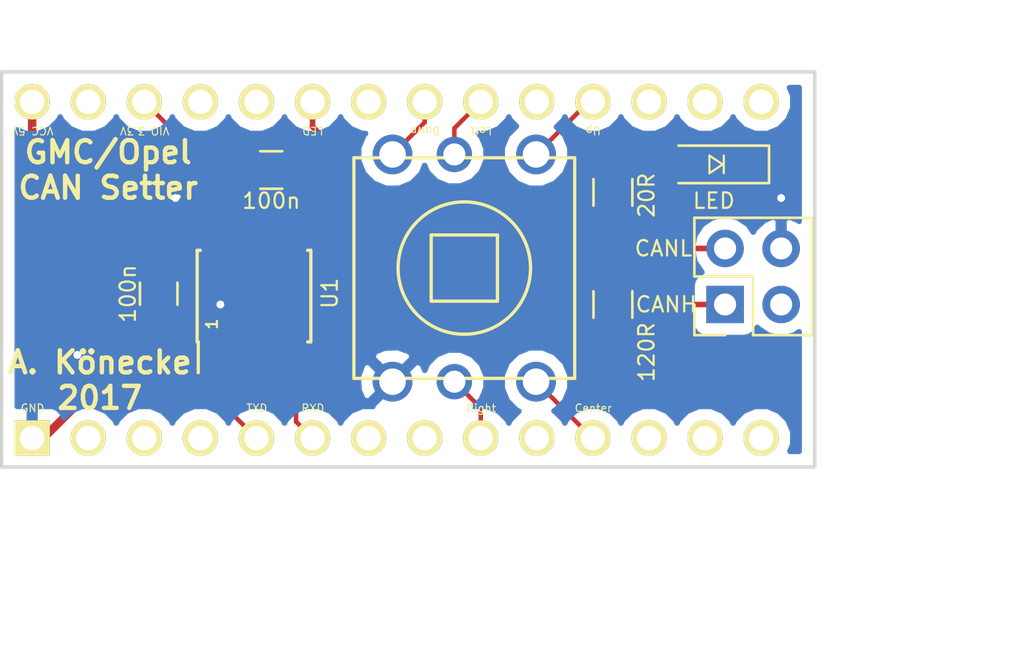
<source format=kicad_pcb>
(kicad_pcb (version 4) (host pcbnew 4.0.5)

  (general
    (links 24)
    (no_connects 0)
    (area 154.864999 63.995 201.662 93.83319)
    (thickness 1.6)
    (drawings 20)
    (tracks 77)
    (zones 0)
    (modules 9)
    (nets 15)
  )

  (page A4)
  (title_block
    (title "GMC/Opel Setter")
    (date 2017-03-08)
    (rev 0.3)
    (company "Andreas Könecke")
  )

  (layers
    (0 F.Cu signal)
    (31 B.Cu signal)
    (32 B.Adhes user)
    (33 F.Adhes user)
    (34 B.Paste user)
    (35 F.Paste user)
    (36 B.SilkS user)
    (37 F.SilkS user)
    (38 B.Mask user)
    (39 F.Mask user)
    (40 Dwgs.User user)
    (41 Cmts.User user)
    (42 Eco1.User user)
    (43 Eco2.User user)
    (44 Edge.Cuts user)
    (45 Margin user)
    (46 B.CrtYd user)
    (47 F.CrtYd user)
    (48 B.Fab user)
    (49 F.Fab user)
  )

  (setup
    (last_trace_width 0.2032)
    (trace_clearance 0.2032)
    (zone_clearance 0.508)
    (zone_45_only no)
    (trace_min 0.1524)
    (segment_width 0.2)
    (edge_width 0.15)
    (via_size 0.762)
    (via_drill 0.3556)
    (via_min_size 0.6858)
    (via_min_drill 0.3302)
    (uvia_size 0.3)
    (uvia_drill 0.1)
    (uvias_allowed no)
    (uvia_min_size 0)
    (uvia_min_drill 0)
    (pcb_text_width 0.3)
    (pcb_text_size 1.5 1.5)
    (mod_edge_width 0.15)
    (mod_text_size 1 1)
    (mod_text_width 0.15)
    (pad_size 1.524 1.524)
    (pad_drill 0.762)
    (pad_to_mask_clearance 0.2)
    (aux_axis_origin 0 0)
    (visible_elements FFFFFF7F)
    (pcbplotparams
      (layerselection 0x00030_80000001)
      (usegerberextensions false)
      (excludeedgelayer true)
      (linewidth 0.100000)
      (plotframeref false)
      (viasonmask false)
      (mode 1)
      (useauxorigin false)
      (hpglpennumber 1)
      (hpglpenspeed 20)
      (hpglpendiameter 15)
      (hpglpenoverlay 2)
      (psnegative false)
      (psa4output false)
      (plotreference true)
      (plotvalue true)
      (plotinvisibletext false)
      (padsonsilk false)
      (subtractmaskfromsilk false)
      (outputformat 1)
      (mirror false)
      (drillshape 1)
      (scaleselection 1)
      (outputdirectory ""))
  )

  (net 0 "")
  (net 1 VCC)
  (net 2 Earth)
  (net 3 VIO)
  (net 4 "Net-(D1-Pad2)")
  (net 5 /CANH)
  (net 6 /CANL)
  (net 7 LED)
  (net 8 UP)
  (net 9 CENTER)
  (net 10 DOWN)
  (net 11 LEFT)
  (net 12 RIGHT)
  (net 13 TXD)
  (net 14 RXD)

  (net_class Default "Dies ist die voreingestellte Netzklasse."
    (clearance 0.2032)
    (trace_width 0.2032)
    (via_dia 0.762)
    (via_drill 0.3556)
    (uvia_dia 0.3)
    (uvia_drill 0.1)
    (add_net CENTER)
    (add_net DOWN)
    (add_net LEFT)
    (add_net RIGHT)
    (add_net RXD)
    (add_net TXD)
    (add_net UP)
    (add_net VIO)
  )

  (net_class CAN ""
    (clearance 0.254)
    (trace_width 0.254)
    (via_dia 0.762)
    (via_drill 0.3556)
    (uvia_dia 0.3)
    (uvia_drill 0.1)
    (add_net /CANH)
    (add_net /CANL)
    (add_net LED)
    (add_net "Net-(D1-Pad2)")
  )

  (net_class Power ""
    (clearance 0.381)
    (trace_width 0.381)
    (via_dia 0.762)
    (via_drill 0.3556)
    (uvia_dia 0.3)
    (uvia_drill 0.1)
    (add_net Earth)
    (add_net VCC)
  )

  (module Teensy:Teensy30_31_32_LC_OPads (layer F.Cu) (tedit 58BD9A4C) (tstamp 58BC9C6D)
    (at 172.831 76.286)
    (path /58BC9B16)
    (fp_text reference U2 (at 0 -10.16) (layer F.Fab)
      (effects (font (size 1 1) (thickness 0.15)))
    )
    (fp_text value Teensy_3.1_3.2 (at 0 10.16) (layer F.Fab)
      (effects (font (size 1 1) (thickness 0.15)))
    )
    (pad 19 thru_hole circle (at 1.27 -7.62) (size 1.6 1.6) (drill 1.1) (layers *.Cu *.Mask F.SilkS)
      (net 10 DOWN))
    (pad 13 thru_hole circle (at 16.51 -7.62) (size 1.6 1.6) (drill 1.1) (layers *.Cu *.Mask F.SilkS))
    (pad 12 thru_hole circle (at 16.51 7.62) (size 1.6 1.6) (drill 1.1) (layers *.Cu *.Mask F.SilkS))
    (pad 14 thru_hole circle (at 13.97 -7.62) (size 1.6 1.6) (drill 1.1) (layers *.Cu *.Mask F.SilkS))
    (pad 15 thru_hole circle (at 11.43 -7.62) (size 1.6 1.6) (drill 1.1) (layers *.Cu *.Mask F.SilkS))
    (pad 16 thru_hole circle (at 8.89 -7.62) (size 1.6 1.6) (drill 1.1) (layers *.Cu *.Mask F.SilkS)
      (net 8 UP))
    (pad 17 thru_hole circle (at 6.35 -7.62) (size 1.6 1.6) (drill 1.1) (layers *.Cu *.Mask F.SilkS))
    (pad 18 thru_hole circle (at 3.81 -7.62) (size 1.6 1.6) (drill 1.1) (layers *.Cu *.Mask F.SilkS)
      (net 11 LEFT))
    (pad 20 thru_hole circle (at -1.27 -7.62) (size 1.6 1.6) (drill 1.1) (layers *.Cu *.Mask F.SilkS))
    (pad 21 thru_hole circle (at -3.81 -7.62) (size 1.6 1.6) (drill 1.1) (layers *.Cu *.Mask F.SilkS)
      (net 7 LED))
    (pad 22 thru_hole circle (at -6.35 -7.62) (size 1.6 1.6) (drill 1.1) (layers *.Cu *.Mask F.SilkS))
    (pad 23 thru_hole circle (at -8.89 -7.62) (size 1.6 1.6) (drill 1.1) (layers *.Cu *.Mask F.SilkS))
    (pad 35 thru_hole circle (at -11.43 -7.62) (size 1.6 1.6) (drill 1.1) (layers *.Cu *.Mask F.SilkS)
      (net 3 VIO))
    (pad 36 thru_hole circle (at -13.97 -7.62) (size 1.6 1.6) (drill 1.1) (layers *.Cu *.Mask F.SilkS))
    (pad 37 thru_hole circle (at -16.51 -7.62) (size 1.6 1.6) (drill 1.1) (layers *.Cu *.Mask F.SilkS)
      (net 1 VCC))
    (pad 11 thru_hole circle (at 13.97 7.62) (size 1.6 1.6) (drill 1.1) (layers *.Cu *.Mask F.SilkS))
    (pad 10 thru_hole circle (at 11.43 7.62) (size 1.6 1.6) (drill 1.1) (layers *.Cu *.Mask F.SilkS))
    (pad 9 thru_hole circle (at 8.89 7.62) (size 1.6 1.6) (drill 1.1) (layers *.Cu *.Mask F.SilkS)
      (net 9 CENTER))
    (pad 8 thru_hole circle (at 6.35 7.62) (size 1.6 1.6) (drill 1.1) (layers *.Cu *.Mask F.SilkS))
    (pad 7 thru_hole circle (at 3.81 7.62) (size 1.6 1.6) (drill 1.1) (layers *.Cu *.Mask F.SilkS)
      (net 12 RIGHT))
    (pad 6 thru_hole circle (at 1.27 7.62) (size 1.6 1.6) (drill 1.1) (layers *.Cu *.Mask F.SilkS))
    (pad 5 thru_hole circle (at -1.27 7.62) (size 1.6 1.6) (drill 1.1) (layers *.Cu *.Mask F.SilkS))
    (pad 4 thru_hole circle (at -3.81 7.62) (size 1.6 1.6) (drill 1.1) (layers *.Cu *.Mask F.SilkS)
      (net 14 RXD))
    (pad 3 thru_hole circle (at -6.35 7.62) (size 1.6 1.6) (drill 1.1) (layers *.Cu *.Mask F.SilkS)
      (net 13 TXD))
    (pad 2 thru_hole circle (at -8.89 7.62) (size 1.6 1.6) (drill 1.1) (layers *.Cu *.Mask F.SilkS))
    (pad 1 thru_hole circle (at -11.43 7.62) (size 1.6 1.6) (drill 1.1) (layers *.Cu *.Mask F.SilkS))
    (pad 0 thru_hole circle (at -13.97 7.62) (size 1.6 1.6) (drill 1.1) (layers *.Cu *.Mask F.SilkS))
    (pad 34 thru_hole rect (at -16.51 7.62) (size 1.6 1.6) (drill 1.1) (layers *.Cu *.Mask F.SilkS)
      (net 2 Earth))
  )

  (module Capacitors_SMD:C_0805_HandSoldering (layer F.Cu) (tedit 58BDA449) (tstamp 58BC9C12)
    (at 162.052 77.363 270)
    (descr "Capacitor SMD 0805, hand soldering")
    (tags "capacitor 0805")
    (path /58BC9B11)
    (attr smd)
    (fp_text reference C1 (at 15.113 -4.953 270) (layer F.Fab)
      (effects (font (size 1 1) (thickness 0.15)))
    )
    (fp_text value 100n (at 0 1.397 270) (layer F.SilkS)
      (effects (font (size 0.7 0.7) (thickness 0.1)))
    )
    (fp_text user %R (at 14.732 -1.905 270) (layer F.Fab)
      (effects (font (size 1 1) (thickness 0.15)))
    )
    (fp_line (start -1 0.62) (end -1 -0.62) (layer F.Fab) (width 0.1))
    (fp_line (start 1 0.62) (end -1 0.62) (layer F.Fab) (width 0.1))
    (fp_line (start 1 -0.62) (end 1 0.62) (layer F.Fab) (width 0.1))
    (fp_line (start -1 -0.62) (end 1 -0.62) (layer F.Fab) (width 0.1))
    (fp_line (start 0.5 -0.85) (end -0.5 -0.85) (layer F.SilkS) (width 0.12))
    (fp_line (start -0.5 0.85) (end 0.5 0.85) (layer F.SilkS) (width 0.12))
    (fp_line (start -2.25 -0.88) (end 2.25 -0.88) (layer F.CrtYd) (width 0.05))
    (fp_line (start -2.25 -0.88) (end -2.25 0.87) (layer F.CrtYd) (width 0.05))
    (fp_line (start 2.25 0.87) (end 2.25 -0.88) (layer F.CrtYd) (width 0.05))
    (fp_line (start 2.25 0.87) (end -2.25 0.87) (layer F.CrtYd) (width 0.05))
    (pad 1 smd rect (at -1.25 0 270) (size 1.5 1.25) (layers F.Cu F.Paste F.Mask)
      (net 1 VCC))
    (pad 2 smd rect (at 1.25 0 270) (size 1.5 1.25) (layers F.Cu F.Paste F.Mask)
      (net 2 Earth))
    (model Capacitors_SMD.3dshapes/C_0805.wrl
      (at (xyz 0 0 0))
      (scale (xyz 1 1 1))
      (rotate (xyz 0 0 0))
    )
  )

  (module Capacitors_SMD:C_0805_HandSoldering (layer F.Cu) (tedit 58BDA41B) (tstamp 58BC9C18)
    (at 167.152 71.755)
    (descr "Capacitor SMD 0805, hand soldering")
    (tags "capacitor 0805")
    (path /58BC9B10)
    (attr smd)
    (fp_text reference C2 (at 0.127 -6.604) (layer F.Fab)
      (effects (font (size 1 1) (thickness 0.15)))
    )
    (fp_text value 100n (at 0 1.397) (layer F.SilkS)
      (effects (font (size 0.7 0.7) (thickness 0.1)))
    )
    (fp_text user %R (at -2.667 -6.858) (layer F.Fab)
      (effects (font (size 1 1) (thickness 0.15)))
    )
    (fp_line (start -1 0.62) (end -1 -0.62) (layer F.Fab) (width 0.1))
    (fp_line (start 1 0.62) (end -1 0.62) (layer F.Fab) (width 0.1))
    (fp_line (start 1 -0.62) (end 1 0.62) (layer F.Fab) (width 0.1))
    (fp_line (start -1 -0.62) (end 1 -0.62) (layer F.Fab) (width 0.1))
    (fp_line (start 0.5 -0.85) (end -0.5 -0.85) (layer F.SilkS) (width 0.12))
    (fp_line (start -0.5 0.85) (end 0.5 0.85) (layer F.SilkS) (width 0.12))
    (fp_line (start -2.25 -0.88) (end 2.25 -0.88) (layer F.CrtYd) (width 0.05))
    (fp_line (start -2.25 -0.88) (end -2.25 0.87) (layer F.CrtYd) (width 0.05))
    (fp_line (start 2.25 0.87) (end 2.25 -0.88) (layer F.CrtYd) (width 0.05))
    (fp_line (start 2.25 0.87) (end -2.25 0.87) (layer F.CrtYd) (width 0.05))
    (pad 1 smd rect (at -1.25 0) (size 1.5 1.25) (layers F.Cu F.Paste F.Mask)
      (net 1 VCC))
    (pad 2 smd rect (at 1.25 0) (size 1.5 1.25) (layers F.Cu F.Paste F.Mask)
      (net 3 VIO))
    (model Capacitors_SMD.3dshapes/C_0805.wrl
      (at (xyz 0 0 0))
      (scale (xyz 1 1 1))
      (rotate (xyz 0 0 0))
    )
  )

  (module Pin_Headers:Pin_Header_Straight_2x02_Pitch2.54mm (layer F.Cu) (tedit 58BDA0E4) (tstamp 58BC9C26)
    (at 187.706 77.851 90)
    (descr "Through hole straight pin header, 2x02, 2.54mm pitch, double rows")
    (tags "Through hole pin header THT 2x02 2.54mm double row")
    (path /58BC9B65)
    (fp_text reference J1 (at 0.508 7.493 90) (layer F.Fab)
      (effects (font (size 1 1) (thickness 0.15)))
    )
    (fp_text value CONN_02X02 (at 1.143 10.033 90) (layer F.Fab)
      (effects (font (size 1 1) (thickness 0.15)))
    )
    (fp_line (start -1.27 -1.27) (end -1.27 3.81) (layer F.Fab) (width 0.1))
    (fp_line (start -1.27 3.81) (end 3.81 3.81) (layer F.Fab) (width 0.1))
    (fp_line (start 3.81 3.81) (end 3.81 -1.27) (layer F.Fab) (width 0.1))
    (fp_line (start 3.81 -1.27) (end -1.27 -1.27) (layer F.Fab) (width 0.1))
    (fp_line (start -1.39 1.27) (end -1.39 3.93) (layer F.SilkS) (width 0.12))
    (fp_line (start -1.39 3.93) (end 3.93 3.93) (layer F.SilkS) (width 0.12))
    (fp_line (start 3.93 3.93) (end 3.93 -1.39) (layer F.SilkS) (width 0.12))
    (fp_line (start 3.93 -1.39) (end 1.27 -1.39) (layer F.SilkS) (width 0.12))
    (fp_line (start 1.27 -1.39) (end 1.27 1.27) (layer F.SilkS) (width 0.12))
    (fp_line (start 1.27 1.27) (end -1.39 1.27) (layer F.SilkS) (width 0.12))
    (fp_line (start -1.39 0) (end -1.39 -1.39) (layer F.SilkS) (width 0.12))
    (fp_line (start -1.39 -1.39) (end 0 -1.39) (layer F.SilkS) (width 0.12))
    (fp_line (start -1.6 -1.6) (end -1.6 4.1) (layer F.CrtYd) (width 0.05))
    (fp_line (start -1.6 4.1) (end 4.1 4.1) (layer F.CrtYd) (width 0.05))
    (fp_line (start 4.1 4.1) (end 4.1 -1.6) (layer F.CrtYd) (width 0.05))
    (fp_line (start 4.1 -1.6) (end -1.6 -1.6) (layer F.CrtYd) (width 0.05))
    (pad 1 thru_hole rect (at 0 0 90) (size 1.7 1.7) (drill 1) (layers *.Cu *.Mask)
      (net 5 /CANH))
    (pad 2 thru_hole oval (at 2.54 0 90) (size 1.7 1.7) (drill 1) (layers *.Cu *.Mask)
      (net 6 /CANL))
    (pad 3 thru_hole oval (at 0 2.54 90) (size 1.7 1.7) (drill 1) (layers *.Cu *.Mask))
    (pad 4 thru_hole oval (at 2.54 2.54 90) (size 1.7 1.7) (drill 1) (layers *.Cu *.Mask)
      (net 2 Earth))
    (model Pin_Headers.3dshapes/Pin_Header_Straight_2x02_Pitch2.54mm.wrl
      (at (xyz 0.05 -0.05 0))
      (scale (xyz 1 1 1))
      (rotate (xyz 0 0 90))
    )
  )

  (module Resistors_SMD:R_0805_HandSoldering (layer F.Cu) (tedit 58BDA3F4) (tstamp 58BC9C2C)
    (at 182.626 77.851 90)
    (descr "Resistor SMD 0805, hand soldering")
    (tags "resistor 0805")
    (path /58BC9B18)
    (attr smd)
    (fp_text reference R1 (at -8.763 12.446 90) (layer F.Fab)
      (effects (font (size 1 1) (thickness 0.15)))
    )
    (fp_text value 120R (at -2.159 1.524 270) (layer F.SilkS)
      (effects (font (size 0.7 0.7) (thickness 0.1)))
    )
    (fp_text user %R (at -5.08 12.827 90) (layer F.Fab)
      (effects (font (size 1 1) (thickness 0.15)))
    )
    (fp_line (start -1 0.62) (end -1 -0.62) (layer F.Fab) (width 0.1))
    (fp_line (start 1 0.62) (end -1 0.62) (layer F.Fab) (width 0.1))
    (fp_line (start 1 -0.62) (end 1 0.62) (layer F.Fab) (width 0.1))
    (fp_line (start -1 -0.62) (end 1 -0.62) (layer F.Fab) (width 0.1))
    (fp_line (start 0.6 0.88) (end -0.6 0.88) (layer F.SilkS) (width 0.12))
    (fp_line (start -0.6 -0.88) (end 0.6 -0.88) (layer F.SilkS) (width 0.12))
    (fp_line (start -2.35 -0.9) (end 2.35 -0.9) (layer F.CrtYd) (width 0.05))
    (fp_line (start -2.35 -0.9) (end -2.35 0.9) (layer F.CrtYd) (width 0.05))
    (fp_line (start 2.35 0.9) (end 2.35 -0.9) (layer F.CrtYd) (width 0.05))
    (fp_line (start 2.35 0.9) (end -2.35 0.9) (layer F.CrtYd) (width 0.05))
    (pad 1 smd rect (at -1.35 0 90) (size 1.5 1.3) (layers F.Cu F.Paste F.Mask)
      (net 5 /CANH))
    (pad 2 smd rect (at 1.35 0 90) (size 1.5 1.3) (layers F.Cu F.Paste F.Mask)
      (net 6 /CANL))
    (model Resistors_SMD.3dshapes/R_0805.wrl
      (at (xyz 0 0 0))
      (scale (xyz 1 1 1))
      (rotate (xyz 0 0 0))
    )
  )

  (module Resistors_SMD:R_0805_HandSoldering (layer F.Cu) (tedit 58BDA3E4) (tstamp 58BC9C32)
    (at 182.626 72.771 90)
    (descr "Resistor SMD 0805, hand soldering")
    (tags "resistor 0805")
    (path /58BC9B19)
    (attr smd)
    (fp_text reference R2 (at 4.572 14.605 90) (layer F.Fab)
      (effects (font (size 1 1) (thickness 0.15)))
    )
    (fp_text value 20R (at -0.127 1.524 90) (layer F.SilkS)
      (effects (font (size 0.7 0.7) (thickness 0.1)))
    )
    (fp_text user %R (at 0.889 12.7 90) (layer F.Fab)
      (effects (font (size 1 1) (thickness 0.15)))
    )
    (fp_line (start -1 0.62) (end -1 -0.62) (layer F.Fab) (width 0.1))
    (fp_line (start 1 0.62) (end -1 0.62) (layer F.Fab) (width 0.1))
    (fp_line (start 1 -0.62) (end 1 0.62) (layer F.Fab) (width 0.1))
    (fp_line (start -1 -0.62) (end 1 -0.62) (layer F.Fab) (width 0.1))
    (fp_line (start 0.6 0.88) (end -0.6 0.88) (layer F.SilkS) (width 0.12))
    (fp_line (start -0.6 -0.88) (end 0.6 -0.88) (layer F.SilkS) (width 0.12))
    (fp_line (start -2.35 -0.9) (end 2.35 -0.9) (layer F.CrtYd) (width 0.05))
    (fp_line (start -2.35 -0.9) (end -2.35 0.9) (layer F.CrtYd) (width 0.05))
    (fp_line (start 2.35 0.9) (end 2.35 -0.9) (layer F.CrtYd) (width 0.05))
    (fp_line (start 2.35 0.9) (end -2.35 0.9) (layer F.CrtYd) (width 0.05))
    (pad 1 smd rect (at -1.35 0 90) (size 1.5 1.3) (layers F.Cu F.Paste F.Mask)
      (net 7 LED))
    (pad 2 smd rect (at 1.35 0 90) (size 1.5 1.3) (layers F.Cu F.Paste F.Mask)
      (net 4 "Net-(D1-Pad2)"))
    (model Resistors_SMD.3dshapes/R_0805.wrl
      (at (xyz 0 0 0))
      (scale (xyz 1 1 1))
      (rotate (xyz 0 0 0))
    )
  )

  (module my_footprints:SKQU_5-way-switch (layer F.Cu) (tedit 58BDA106) (tstamp 58BC9C3C)
    (at 175.895 76.2 270)
    (path /58BC9B1C)
    (fp_text reference S1 (at 14.224 -7.493 270) (layer F.Fab)
      (effects (font (size 1 1) (thickness 0.15)))
    )
    (fp_text value SKQU_5-Way-Switch (at 0.635 -24.511 270) (layer F.Fab)
      (effects (font (size 1 1) (thickness 0.15)))
    )
    (fp_circle (center 0 0) (end 0 -3) (layer F.SilkS) (width 0.15))
    (fp_line (start -1.5 -1.5) (end 1.5 -1.5) (layer F.SilkS) (width 0.15))
    (fp_line (start 1.5 -1.5) (end 1.5 1.5) (layer F.SilkS) (width 0.15))
    (fp_line (start 1.5 1.5) (end -1.5 1.5) (layer F.SilkS) (width 0.15))
    (fp_line (start -1.5 1.5) (end -1.5 -1.5) (layer F.SilkS) (width 0.15))
    (fp_line (start -5 -5) (end 5 -5) (layer F.SilkS) (width 0.15))
    (fp_line (start 5 -5) (end 5 5) (layer F.SilkS) (width 0.15))
    (fp_line (start 5 5) (end -5 5) (layer F.SilkS) (width 0.15))
    (fp_line (start -5 5) (end -5 -5) (layer F.SilkS) (width 0.15))
    (pad 1 thru_hole circle (at -5.15 -3.25 270) (size 1.8 1.8) (drill 1.2) (layers *.Cu *.Mask)
      (net 8 UP))
    (pad 6 thru_hole circle (at 5.15 -3.25 270) (size 1.8 1.8) (drill 1.2) (layers *.Cu *.Mask)
      (net 9 CENTER))
    (pad 3 thru_hole circle (at -5.15 3.25 270) (size 1.8 1.8) (drill 1.2) (layers *.Cu *.Mask)
      (net 10 DOWN))
    (pad 4 thru_hole circle (at 5.15 3.25 270) (size 1.8 1.8) (drill 1.2) (layers *.Cu *.Mask)
      (net 2 Earth))
    (pad 2 thru_hole circle (at -5.15 0.45 270) (size 1.6 1.6) (drill 1) (layers *.Cu *.Mask)
      (net 11 LEFT))
    (pad 5 thru_hole circle (at 5.15 0.45 270) (size 1.6 1.6) (drill 1) (layers *.Cu *.Mask)
      (net 12 RIGHT))
  )

  (module Housings_SOIC:SOIC-8_3.9x4.9mm_Pitch1.27mm (layer F.Cu) (tedit 58BDA439) (tstamp 58BC9C48)
    (at 166.37 77.47 90)
    (descr "8-Lead Plastic Small Outline (SN) - Narrow, 3.90 mm Body [SOIC] (see Microchip Packaging Specification 00000049BS.pdf)")
    (tags "SOIC 1.27")
    (path /58BC9B0F)
    (attr smd)
    (fp_text reference U1 (at 0.127 3.429 90) (layer F.SilkS)
      (effects (font (size 0.7 0.7) (thickness 0.1)))
    )
    (fp_text value TJA1051/3 (at -3.429 26.924 90) (layer F.Fab)
      (effects (font (size 1 1) (thickness 0.15)))
    )
    (fp_line (start -0.95 -2.45) (end 1.95 -2.45) (layer F.Fab) (width 0.15))
    (fp_line (start 1.95 -2.45) (end 1.95 2.45) (layer F.Fab) (width 0.15))
    (fp_line (start 1.95 2.45) (end -1.95 2.45) (layer F.Fab) (width 0.15))
    (fp_line (start -1.95 2.45) (end -1.95 -1.45) (layer F.Fab) (width 0.15))
    (fp_line (start -1.95 -1.45) (end -0.95 -2.45) (layer F.Fab) (width 0.15))
    (fp_line (start -3.75 -2.75) (end -3.75 2.75) (layer F.CrtYd) (width 0.05))
    (fp_line (start 3.75 -2.75) (end 3.75 2.75) (layer F.CrtYd) (width 0.05))
    (fp_line (start -3.75 -2.75) (end 3.75 -2.75) (layer F.CrtYd) (width 0.05))
    (fp_line (start -3.75 2.75) (end 3.75 2.75) (layer F.CrtYd) (width 0.05))
    (fp_line (start -2.075 -2.575) (end -2.075 -2.525) (layer F.SilkS) (width 0.15))
    (fp_line (start 2.075 -2.575) (end 2.075 -2.43) (layer F.SilkS) (width 0.15))
    (fp_line (start 2.075 2.575) (end 2.075 2.43) (layer F.SilkS) (width 0.15))
    (fp_line (start -2.075 2.575) (end -2.075 2.43) (layer F.SilkS) (width 0.15))
    (fp_line (start -2.075 -2.575) (end 2.075 -2.575) (layer F.SilkS) (width 0.15))
    (fp_line (start -2.075 2.575) (end 2.075 2.575) (layer F.SilkS) (width 0.15))
    (fp_line (start -2.075 -2.525) (end -3.475 -2.525) (layer F.SilkS) (width 0.15))
    (pad 1 smd rect (at -2.7 -1.905 90) (size 1.55 0.6) (layers F.Cu F.Paste F.Mask)
      (net 13 TXD))
    (pad 2 smd rect (at -2.7 -0.635 90) (size 1.55 0.6) (layers F.Cu F.Paste F.Mask)
      (net 2 Earth))
    (pad 3 smd rect (at -2.7 0.635 90) (size 1.55 0.6) (layers F.Cu F.Paste F.Mask)
      (net 1 VCC))
    (pad 4 smd rect (at -2.7 1.905 90) (size 1.55 0.6) (layers F.Cu F.Paste F.Mask)
      (net 14 RXD))
    (pad 5 smd rect (at 2.7 1.905 90) (size 1.55 0.6) (layers F.Cu F.Paste F.Mask)
      (net 3 VIO))
    (pad 6 smd rect (at 2.7 0.635 90) (size 1.55 0.6) (layers F.Cu F.Paste F.Mask)
      (net 6 /CANL))
    (pad 7 smd rect (at 2.7 -0.635 90) (size 1.55 0.6) (layers F.Cu F.Paste F.Mask)
      (net 5 /CANH))
    (pad 8 smd rect (at 2.7 -1.905 90) (size 1.55 0.6) (layers F.Cu F.Paste F.Mask)
      (net 2 Earth))
    (model Housings_SOIC.3dshapes/SOIC-8_3.9x4.9mm_Pitch1.27mm.wrl
      (at (xyz 0 0 0))
      (scale (xyz 1 1 1))
      (rotate (xyz 0 0 0))
    )
  )

  (module LEDs:LED_1206_Symb_Silk (layer F.Cu) (tedit 58BDA3D3) (tstamp 58BC9C1E)
    (at 187.198 71.501 180)
    (descr "LED 1206 smd package")
    (tags "LED led 1206 SMD smd SMT smt smdled SMDLED smtled SMTLED")
    (path /58BC9B1A)
    (attr smd)
    (fp_text reference D1 (at -10.16 -15.494 180) (layer F.Fab)
      (effects (font (size 1 1) (thickness 0.15)))
    )
    (fp_text value LED (at 0 -1.651 180) (layer F.SilkS)
      (effects (font (size 0.7 0.7) (thickness 0.1)))
    )
    (fp_line (start -2.5 -0.85) (end -2.5 0.85) (layer F.SilkS) (width 0.12))
    (fp_line (start -0.45 -0.4) (end -0.45 0.4) (layer F.SilkS) (width 0.1))
    (fp_line (start -0.4 0) (end 0.2 -0.4) (layer F.SilkS) (width 0.1))
    (fp_line (start 0.2 0.4) (end -0.4 0) (layer F.SilkS) (width 0.1))
    (fp_line (start 0.2 -0.4) (end 0.2 0.4) (layer F.SilkS) (width 0.1))
    (fp_line (start 1.6 0.8) (end -1.6 0.8) (layer F.Fab) (width 0.1))
    (fp_line (start 1.6 -0.8) (end 1.6 0.8) (layer F.Fab) (width 0.1))
    (fp_line (start -1.6 -0.8) (end 1.6 -0.8) (layer F.Fab) (width 0.1))
    (fp_line (start -1.6 0.8) (end -1.6 -0.8) (layer F.Fab) (width 0.1))
    (fp_line (start -2.45 0.85) (end 1.6 0.85) (layer F.SilkS) (width 0.12))
    (fp_line (start -2.45 -0.85) (end 1.6 -0.85) (layer F.SilkS) (width 0.12))
    (fp_line (start 2.65 -1) (end 2.65 1) (layer F.CrtYd) (width 0.05))
    (fp_line (start 2.65 1) (end -2.65 1) (layer F.CrtYd) (width 0.05))
    (fp_line (start -2.65 1) (end -2.65 -1) (layer F.CrtYd) (width 0.05))
    (fp_line (start -2.65 -1) (end 2.65 -1) (layer F.CrtYd) (width 0.05))
    (pad 2 smd rect (at 1.65 0) (size 1.5 1.5) (layers F.Cu F.Paste F.Mask)
      (net 4 "Net-(D1-Pad2)"))
    (pad 1 smd rect (at -1.65 0) (size 1.5 1.5) (layers F.Cu F.Paste F.Mask)
      (net 2 Earth))
    (model LEDs.3dshapes/LED_1206.wrl
      (at (xyz 0 0 0))
      (scale (xyz 1 1 1))
      (rotate (xyz 0 0 180))
    )
  )

  (gr_text 1 (at 164.465 78.74 90) (layer F.SilkS)
    (effects (font (size 0.5 0.5) (thickness 0.1)))
  )
  (gr_text "A. Könecke\n2017" (at 159.385 81.28) (layer F.SilkS)
    (effects (font (size 1 1) (thickness 0.2)))
  )
  (gr_text "GMC/Opel\nCAN Setter" (at 159.766 71.755) (layer F.SilkS)
    (effects (font (size 1 1) (thickness 0.2)))
  )
  (gr_text "VCC 5V" (at 156.337 69.977 180) (layer F.SilkS) (tstamp 58BDA30E)
    (effects (font (size 0.35 0.35) (thickness 0.05)))
  )
  (gr_text "VIO 3.3V" (at 161.417 69.977 180) (layer F.SilkS) (tstamp 58BDA2FA)
    (effects (font (size 0.35 0.35) (thickness 0.05)))
  )
  (gr_text GND (at 156.337 82.55) (layer F.SilkS) (tstamp 58BDA2AC)
    (effects (font (size 0.35 0.35) (thickness 0.05)))
  )
  (gr_text TXD (at 166.497 82.55) (layer F.SilkS) (tstamp 58BDA29A)
    (effects (font (size 0.35 0.35) (thickness 0.05)))
  )
  (gr_text RXD (at 169.037 82.55) (layer F.SilkS) (tstamp 58BDA287)
    (effects (font (size 0.35 0.35) (thickness 0.05)))
  )
  (gr_line (start 154.94 67.31) (end 154.94 85.217) (layer Edge.Cuts) (width 0.15))
  (gr_line (start 191.77 67.31) (end 191.77 85.217) (layer Edge.Cuts) (width 0.15))
  (gr_text LED (at 169.037 69.977 180) (layer F.SilkS) (tstamp 58BD9EDC)
    (effects (font (size 0.35 0.35) (thickness 0.05)))
  )
  (gr_text Down (at 174.117 69.977 180) (layer F.SilkS) (tstamp 58BD9ED0)
    (effects (font (size 0.35 0.35) (thickness 0.05)))
  )
  (gr_text Left (at 176.657 69.977 180) (layer F.SilkS) (tstamp 58BD9EBE)
    (effects (font (size 0.35 0.35) (thickness 0.05)))
  )
  (gr_text Up (at 181.737 69.977 180) (layer F.SilkS) (tstamp 58BD9DA5)
    (effects (font (size 0.35 0.35) (thickness 0.05)))
  )
  (gr_text Right (at 176.657 82.55) (layer F.SilkS) (tstamp 58BD9D3A)
    (effects (font (size 0.35 0.35) (thickness 0.05)))
  )
  (gr_text Center (at 181.737 82.55) (layer F.SilkS)
    (effects (font (size 0.35 0.35) (thickness 0.05)))
  )
  (gr_text CANH (at 185.039 77.851) (layer F.SilkS)
    (effects (font (size 0.7 0.7) (thickness 0.1)))
  )
  (gr_text CANL (at 184.912 75.311) (layer F.SilkS)
    (effects (font (size 0.7 0.7) (thickness 0.1)))
  )
  (gr_line (start 154.94 85.217) (end 191.77 85.217) (layer Edge.Cuts) (width 0.15))
  (gr_line (start 154.94 67.31) (end 191.77 67.31) (layer Edge.Cuts) (width 0.15))

  (segment (start 165.902 71.755) (end 162.674298 71.755) (width 0.381) (layer F.Cu) (net 1))
  (segment (start 162.674298 71.755) (end 161.046 73.383298) (width 0.381) (layer F.Cu) (net 1))
  (segment (start 162.052 76.113) (end 163.058 76.113) (width 0.381) (layer F.Cu) (net 1))
  (segment (start 163.058 76.113) (end 163.843499 76.898499) (width 0.381) (layer F.Cu) (net 1))
  (segment (start 163.843499 76.898499) (end 165.303201 76.898499) (width 0.381) (layer F.Cu) (net 1))
  (segment (start 165.303201 76.898499) (end 167.005 78.600298) (width 0.381) (layer F.Cu) (net 1))
  (segment (start 167.005 78.600298) (end 167.005 79.014) (width 0.381) (layer F.Cu) (net 1))
  (segment (start 167.005 79.014) (end 167.005 80.17) (width 0.381) (layer F.Cu) (net 1))
  (segment (start 156.321 71.876) (end 160.558 76.113) (width 0.381) (layer F.Cu) (net 1))
  (segment (start 160.558 76.113) (end 162.052 76.113) (width 0.381) (layer F.Cu) (net 1))
  (segment (start 161.046 73.383298) (end 161.046 74.982) (width 0.381) (layer F.Cu) (net 1))
  (segment (start 162.052 75.988) (end 162.052 76.113) (width 0.381) (layer F.Cu) (net 1))
  (segment (start 161.046 74.982) (end 162.052 75.988) (width 0.381) (layer F.Cu) (net 1))
  (segment (start 156.321 68.666) (end 156.321 71.876) (width 0.381) (layer F.Cu) (net 1))
  (segment (start 190.246 71.768) (end 190.246 73.025) (width 0.381) (layer F.Cu) (net 2))
  (segment (start 190.246 75.311) (end 190.246 73.025) (width 0.381) (layer F.Cu) (net 2))
  (via (at 190.246 73.025) (size 0.762) (drill 0.3556) (layers F.Cu B.Cu) (net 2))
  (segment (start 162.052 78.613) (end 159.893 78.613) (width 0.381) (layer F.Cu) (net 2))
  (segment (start 159.893 78.613) (end 158.369 80.137) (width 0.381) (layer F.Cu) (net 2))
  (segment (start 162.052 78.613) (end 164.084 78.613) (width 0.381) (layer F.Cu) (net 2))
  (segment (start 164.084 78.613) (end 164.846 77.851) (width 0.381) (layer F.Cu) (net 2))
  (segment (start 158.369 82.368178) (end 158.369 80.137) (width 0.381) (layer F.Cu) (net 2))
  (via (at 158.369 80.137) (size 0.762) (drill 0.3556) (layers F.Cu B.Cu) (net 2))
  (segment (start 156.321 83.906) (end 156.831178 83.906) (width 0.381) (layer F.Cu) (net 2))
  (segment (start 156.831178 83.906) (end 158.369 82.368178) (width 0.381) (layer F.Cu) (net 2))
  (segment (start 164.465 74.77) (end 164.465 74.676) (width 0.381) (layer F.Cu) (net 2))
  (segment (start 164.465 74.676) (end 162.814 73.025) (width 0.381) (layer F.Cu) (net 2))
  (via (at 162.814 73.025) (size 0.762) (drill 0.3556) (layers F.Cu B.Cu) (net 2))
  (segment (start 165.735 80.17) (end 165.735 78.74) (width 0.381) (layer F.Cu) (net 2))
  (segment (start 165.735 78.74) (end 164.846 77.851) (width 0.381) (layer F.Cu) (net 2))
  (via (at 164.846 77.851) (size 0.762) (drill 0.3556) (layers F.Cu B.Cu) (net 2))
  (segment (start 188.848 71.501) (end 189.979 71.501) (width 0.381) (layer F.Cu) (net 2))
  (segment (start 189.979 71.501) (end 190.246 71.768) (width 0.381) (layer F.Cu) (net 2))
  (segment (start 168.402 71.755) (end 168.402 74.643) (width 0.2032) (layer F.Cu) (net 3))
  (segment (start 168.402 74.643) (end 168.275 74.77) (width 0.2032) (layer F.Cu) (net 3))
  (segment (start 161.401 68.666) (end 163.093 70.358) (width 0.2032) (layer F.Cu) (net 3))
  (segment (start 163.093 70.358) (end 166.88 70.358) (width 0.2032) (layer F.Cu) (net 3))
  (segment (start 166.88 70.358) (end 168.277 71.755) (width 0.2032) (layer F.Cu) (net 3))
  (segment (start 168.277 71.755) (end 168.402 71.755) (width 0.2032) (layer F.Cu) (net 3))
  (segment (start 182.626 71.421) (end 185.468 71.421) (width 0.254) (layer F.Cu) (net 4))
  (segment (start 185.468 71.421) (end 185.548 71.501) (width 0.254) (layer F.Cu) (net 4))
  (segment (start 182.626 79.201) (end 182.626 79.101) (width 0.254) (layer F.Cu) (net 5))
  (segment (start 182.626 79.101) (end 183.876 77.851) (width 0.254) (layer F.Cu) (net 5))
  (segment (start 183.876 77.851) (end 186.602 77.851) (width 0.254) (layer F.Cu) (net 5))
  (segment (start 186.602 77.851) (end 187.706 77.851) (width 0.254) (layer F.Cu) (net 5))
  (segment (start 179.959 77.343) (end 179.959 77.438) (width 0.254) (layer F.Cu) (net 5))
  (segment (start 179.959 77.438) (end 181.722 79.201) (width 0.254) (layer F.Cu) (net 5))
  (segment (start 181.722 79.201) (end 182.626 79.201) (width 0.254) (layer F.Cu) (net 5))
  (segment (start 167.279 77.343) (end 179.959 77.343) (width 0.254) (layer F.Cu) (net 5))
  (segment (start 165.735 74.77) (end 165.735 75.799) (width 0.254) (layer F.Cu) (net 5))
  (segment (start 165.735 75.799) (end 167.279 77.343) (width 0.254) (layer F.Cu) (net 5))
  (segment (start 182.626 76.501) (end 182.626 76.401) (width 0.254) (layer F.Cu) (net 6))
  (segment (start 182.626 76.401) (end 183.716 75.311) (width 0.254) (layer F.Cu) (net 6))
  (segment (start 183.716 75.311) (end 186.503919 75.311) (width 0.254) (layer F.Cu) (net 6))
  (segment (start 186.503919 75.311) (end 187.706 75.311) (width 0.254) (layer F.Cu) (net 6))
  (segment (start 182.626 76.401) (end 183.335 75.692) (width 0.254) (layer F.Cu) (net 6))
  (segment (start 167.005 74.77) (end 167.005 75.799) (width 0.254) (layer F.Cu) (net 6))
  (segment (start 167.005 75.799) (end 167.707 76.501) (width 0.254) (layer F.Cu) (net 6))
  (segment (start 167.707 76.501) (end 181.722 76.501) (width 0.254) (layer F.Cu) (net 6))
  (segment (start 181.722 76.501) (end 182.626 76.501) (width 0.254) (layer F.Cu) (net 6))
  (segment (start 182.626 74.121) (end 173.34463 74.121) (width 0.254) (layer F.Cu) (net 7))
  (segment (start 173.34463 74.121) (end 169.021 69.79737) (width 0.254) (layer F.Cu) (net 7))
  (segment (start 169.021 69.79737) (end 169.021 68.666) (width 0.254) (layer F.Cu) (net 7))
  (segment (start 179.145 71.05) (end 181.529 68.666) (width 0.2032) (layer F.Cu) (net 8))
  (segment (start 181.529 68.666) (end 181.721 68.666) (width 0.2032) (layer F.Cu) (net 8))
  (segment (start 179.145 81.35) (end 181.701 83.906) (width 0.2032) (layer F.Cu) (net 9))
  (segment (start 181.701 83.906) (end 181.721 83.906) (width 0.2032) (layer F.Cu) (net 9))
  (segment (start 172.645 71.05) (end 174.101 69.594) (width 0.2032) (layer F.Cu) (net 10))
  (segment (start 174.101 69.594) (end 174.101 68.666) (width 0.2032) (layer F.Cu) (net 10))
  (segment (start 175.445 71.05) (end 175.445 69.862) (width 0.2032) (layer F.Cu) (net 11))
  (segment (start 175.445 69.862) (end 176.641 68.666) (width 0.2032) (layer F.Cu) (net 11))
  (segment (start 175.445 81.35) (end 176.641 82.546) (width 0.2032) (layer F.Cu) (net 12))
  (segment (start 176.641 82.546) (end 176.641 83.906) (width 0.2032) (layer F.Cu) (net 12))
  (segment (start 164.465 80.17) (end 164.465 81.89) (width 0.2032) (layer F.Cu) (net 13))
  (segment (start 164.465 81.89) (end 166.481 83.906) (width 0.2032) (layer F.Cu) (net 13))
  (segment (start 168.275 80.17) (end 168.275 83.16) (width 0.2032) (layer F.Cu) (net 14))
  (segment (start 168.275 83.16) (end 169.021 83.906) (width 0.2032) (layer F.Cu) (net 14))

  (zone (net 2) (net_name Earth) (layer B.Cu) (tstamp 0) (hatch edge 0.508)
    (connect_pads (clearance 0.508))
    (min_thickness 0.254)
    (fill yes (arc_segments 16) (thermal_gap 0.508) (thermal_bridge_width 0.508))
    (polygon
      (pts
        (xy 155.067 67.437) (xy 191.643 67.437) (xy 191.643 84.963) (xy 155.067 84.963)
      )
    )
    (filled_polygon
      (pts
        (xy 191.06 74.082257) (xy 191.012924 74.039355) (xy 190.60289 73.869524) (xy 190.373 73.990845) (xy 190.373 75.184)
        (xy 190.393 75.184) (xy 190.393 75.438) (xy 190.373 75.438) (xy 190.373 75.458) (xy 190.119 75.458)
        (xy 190.119 75.438) (xy 190.099 75.438) (xy 190.099 75.184) (xy 190.119 75.184) (xy 190.119 73.990845)
        (xy 189.88911 73.869524) (xy 189.479076 74.039355) (xy 189.050817 74.429642) (xy 188.983702 74.572553) (xy 188.756054 74.231853)
        (xy 188.274285 73.909946) (xy 187.706 73.796907) (xy 187.137715 73.909946) (xy 186.655946 74.231853) (xy 186.334039 74.713622)
        (xy 186.221 75.281907) (xy 186.221 75.340093) (xy 186.334039 75.908378) (xy 186.655946 76.390147) (xy 186.657179 76.390971)
        (xy 186.620683 76.397838) (xy 186.404559 76.53691) (xy 186.259569 76.74911) (xy 186.20856 77.001) (xy 186.20856 78.701)
        (xy 186.252838 78.936317) (xy 186.39191 79.152441) (xy 186.60411 79.297431) (xy 186.856 79.34844) (xy 188.556 79.34844)
        (xy 188.791317 79.304162) (xy 189.007441 79.16509) (xy 189.152431 78.95289) (xy 189.166086 78.885459) (xy 189.195946 78.930147)
        (xy 189.677715 79.252054) (xy 190.246 79.365093) (xy 190.814285 79.252054) (xy 191.06 79.087873) (xy 191.06 84.507)
        (xy 190.645237 84.507) (xy 190.77575 84.192691) (xy 190.776248 83.621813) (xy 190.558243 83.0942) (xy 190.154923 82.690176)
        (xy 189.627691 82.47125) (xy 189.056813 82.470752) (xy 188.5292 82.688757) (xy 188.125176 83.092077) (xy 188.071138 83.222215)
        (xy 188.018243 83.0942) (xy 187.614923 82.690176) (xy 187.087691 82.47125) (xy 186.516813 82.470752) (xy 185.9892 82.688757)
        (xy 185.585176 83.092077) (xy 185.531138 83.222215) (xy 185.478243 83.0942) (xy 185.074923 82.690176) (xy 184.547691 82.47125)
        (xy 183.976813 82.470752) (xy 183.4492 82.688757) (xy 183.045176 83.092077) (xy 182.991138 83.222215) (xy 182.938243 83.0942)
        (xy 182.534923 82.690176) (xy 182.007691 82.47125) (xy 181.436813 82.470752) (xy 180.9092 82.688757) (xy 180.505176 83.092077)
        (xy 180.451138 83.222215) (xy 180.398243 83.0942) (xy 179.994923 82.690176) (xy 179.958124 82.674896) (xy 180.013371 82.652068)
        (xy 180.445551 82.220643) (xy 180.679733 81.65667) (xy 180.680265 81.046009) (xy 180.447068 80.481629) (xy 180.015643 80.049449)
        (xy 179.45167 79.815267) (xy 178.841009 79.814735) (xy 178.276629 80.047932) (xy 177.844449 80.479357) (xy 177.610267 81.04333)
        (xy 177.609735 81.653991) (xy 177.842932 82.218371) (xy 178.274357 82.650551) (xy 178.368368 82.689588) (xy 177.965176 83.092077)
        (xy 177.911138 83.222215) (xy 177.858243 83.0942) (xy 177.454923 82.690176) (xy 176.927691 82.47125) (xy 176.356813 82.470752)
        (xy 176.351091 82.473116) (xy 176.660824 82.163923) (xy 176.87975 81.636691) (xy 176.880248 81.065813) (xy 176.662243 80.5382)
        (xy 176.258923 80.134176) (xy 175.731691 79.91525) (xy 175.160813 79.914752) (xy 174.6332 80.132757) (xy 174.229176 80.536077)
        (xy 174.105304 80.834395) (xy 173.981643 80.535852) (xy 173.725159 80.449446) (xy 172.824605 81.35) (xy 172.838748 81.364143)
        (xy 172.764391 81.438499) (xy 172.760995 81.440554) (xy 172.757467 81.445423) (xy 172.659143 81.543748) (xy 172.645 81.529605)
        (xy 171.744446 82.430159) (xy 171.758263 82.471172) (xy 171.276813 82.470752) (xy 170.7492 82.688757) (xy 170.345176 83.092077)
        (xy 170.291138 83.222215) (xy 170.238243 83.0942) (xy 169.834923 82.690176) (xy 169.307691 82.47125) (xy 168.736813 82.470752)
        (xy 168.2092 82.688757) (xy 167.805176 83.092077) (xy 167.751138 83.222215) (xy 167.698243 83.0942) (xy 167.294923 82.690176)
        (xy 166.767691 82.47125) (xy 166.196813 82.470752) (xy 165.6692 82.688757) (xy 165.265176 83.092077) (xy 165.211138 83.222215)
        (xy 165.158243 83.0942) (xy 164.754923 82.690176) (xy 164.227691 82.47125) (xy 163.656813 82.470752) (xy 163.1292 82.688757)
        (xy 162.725176 83.092077) (xy 162.671138 83.222215) (xy 162.618243 83.0942) (xy 162.214923 82.690176) (xy 161.687691 82.47125)
        (xy 161.116813 82.470752) (xy 160.5892 82.688757) (xy 160.185176 83.092077) (xy 160.131138 83.222215) (xy 160.078243 83.0942)
        (xy 159.674923 82.690176) (xy 159.147691 82.47125) (xy 158.576813 82.470752) (xy 158.0492 82.688757) (xy 157.756 82.981446)
        (xy 157.756 82.97969) (xy 157.659327 82.746301) (xy 157.480698 82.567673) (xy 157.247309 82.471) (xy 156.60675 82.471)
        (xy 156.448 82.62975) (xy 156.448 83.779) (xy 156.468 83.779) (xy 156.468 84.033) (xy 156.448 84.033)
        (xy 156.448 84.053) (xy 156.194 84.053) (xy 156.194 84.033) (xy 156.174 84.033) (xy 156.174 83.779)
        (xy 156.194 83.779) (xy 156.194 82.62975) (xy 156.03525 82.471) (xy 155.65 82.471) (xy 155.65 81.109336)
        (xy 171.098542 81.109336) (xy 171.124161 81.71946) (xy 171.308357 82.164148) (xy 171.564841 82.250554) (xy 172.465395 81.35)
        (xy 171.564841 80.449446) (xy 171.308357 80.535852) (xy 171.098542 81.109336) (xy 155.65 81.109336) (xy 155.65 80.269841)
        (xy 171.744446 80.269841) (xy 172.645 81.170395) (xy 173.545554 80.269841) (xy 173.459148 80.013357) (xy 172.885664 79.803542)
        (xy 172.27554 79.829161) (xy 171.830852 80.013357) (xy 171.744446 80.269841) (xy 155.65 80.269841) (xy 155.65 69.941171)
        (xy 156.034309 70.10075) (xy 156.605187 70.101248) (xy 157.1328 69.883243) (xy 157.536824 69.479923) (xy 157.590862 69.349785)
        (xy 157.643757 69.4778) (xy 158.047077 69.881824) (xy 158.574309 70.10075) (xy 159.145187 70.101248) (xy 159.6728 69.883243)
        (xy 160.076824 69.479923) (xy 160.130862 69.349785) (xy 160.183757 69.4778) (xy 160.587077 69.881824) (xy 161.114309 70.10075)
        (xy 161.685187 70.101248) (xy 162.2128 69.883243) (xy 162.616824 69.479923) (xy 162.670862 69.349785) (xy 162.723757 69.4778)
        (xy 163.127077 69.881824) (xy 163.654309 70.10075) (xy 164.225187 70.101248) (xy 164.7528 69.883243) (xy 165.156824 69.479923)
        (xy 165.210862 69.349785) (xy 165.263757 69.4778) (xy 165.667077 69.881824) (xy 166.194309 70.10075) (xy 166.765187 70.101248)
        (xy 167.2928 69.883243) (xy 167.696824 69.479923) (xy 167.750862 69.349785) (xy 167.803757 69.4778) (xy 168.207077 69.881824)
        (xy 168.734309 70.10075) (xy 169.305187 70.101248) (xy 169.8328 69.883243) (xy 170.236824 69.479923) (xy 170.290862 69.349785)
        (xy 170.343757 69.4778) (xy 170.747077 69.881824) (xy 171.274309 70.10075) (xy 171.423064 70.10088) (xy 171.344449 70.179357)
        (xy 171.110267 70.74333) (xy 171.109735 71.353991) (xy 171.342932 71.918371) (xy 171.774357 72.350551) (xy 172.33833 72.584733)
        (xy 172.948991 72.585265) (xy 173.513371 72.352068) (xy 173.945551 71.920643) (xy 174.099189 71.550641) (xy 174.227757 71.8618)
        (xy 174.631077 72.265824) (xy 175.158309 72.48475) (xy 175.729187 72.485248) (xy 176.2568 72.267243) (xy 176.660824 71.863923)
        (xy 176.87975 71.336691) (xy 176.880248 70.765813) (xy 176.662243 70.2382) (xy 176.525181 70.100899) (xy 176.925187 70.101248)
        (xy 177.4528 69.883243) (xy 177.856824 69.479923) (xy 177.910862 69.349785) (xy 177.963757 69.4778) (xy 178.254986 69.769537)
        (xy 177.844449 70.179357) (xy 177.610267 70.74333) (xy 177.609735 71.353991) (xy 177.842932 71.918371) (xy 178.274357 72.350551)
        (xy 178.83833 72.584733) (xy 179.448991 72.585265) (xy 180.013371 72.352068) (xy 180.445551 71.920643) (xy 180.679733 71.35667)
        (xy 180.680265 70.746009) (xy 180.447068 70.181629) (xy 180.071138 69.805041) (xy 180.396824 69.479923) (xy 180.450862 69.349785)
        (xy 180.503757 69.4778) (xy 180.907077 69.881824) (xy 181.434309 70.10075) (xy 182.005187 70.101248) (xy 182.5328 69.883243)
        (xy 182.936824 69.479923) (xy 182.990862 69.349785) (xy 183.043757 69.4778) (xy 183.447077 69.881824) (xy 183.974309 70.10075)
        (xy 184.545187 70.101248) (xy 185.0728 69.883243) (xy 185.476824 69.479923) (xy 185.530862 69.349785) (xy 185.583757 69.4778)
        (xy 185.987077 69.881824) (xy 186.514309 70.10075) (xy 187.085187 70.101248) (xy 187.6128 69.883243) (xy 188.016824 69.479923)
        (xy 188.070862 69.349785) (xy 188.123757 69.4778) (xy 188.527077 69.881824) (xy 189.054309 70.10075) (xy 189.625187 70.101248)
        (xy 190.1528 69.883243) (xy 190.556824 69.479923) (xy 190.77575 68.952691) (xy 190.776248 68.381813) (xy 190.62675 68.02)
        (xy 191.06 68.02)
      )
    )
  )
  (zone (net 0) (net_name "") (layer B.Cu) (tstamp 0) (hatch edge 0.508)
    (connect_pads (clearance 0.508))
    (min_thickness 0.254)
    (keepout (tracks allowed) (vias allowed) (copperpour not_allowed))
    (fill yes (arc_segments 16) (thermal_gap 0.508) (thermal_bridge_width 0.508))
    (polygon
      (pts
        (xy 172.847 81.534) (xy 175.514 81.534) (xy 176.657 83.947) (xy 174.117 83.947) (xy 171.704 83.947)
        (xy 172.974 81.534)
      )
    )
  )
)

</source>
